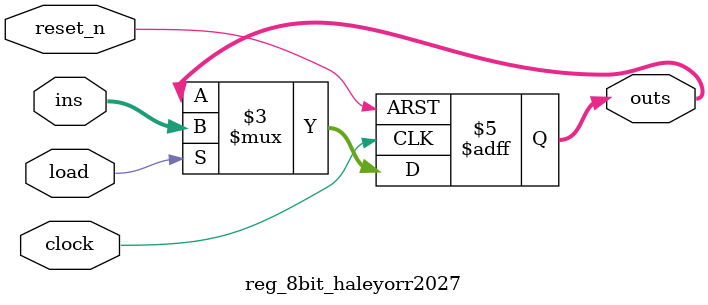
<source format=v>


module reg_8bit_haleyorr2027(clock, reset_n, load, ins, outs);
   input        clock;     // Register clock
   input        reset_n;   // Active-low reset
   input        load;      // Active-high load enable
   input  [7:0] ins;       // Parallel load inputs
   output reg [7:0] outs;      // Register state
	
	always @(posedge clock, negedge reset_n) begin
		if (!reset_n)
        outs <= 8'b00000000; //Do this bc of the "negedge reset_n" in always statement
      else if (load)
        outs <= ins;
	end

	
endmodule
</source>
